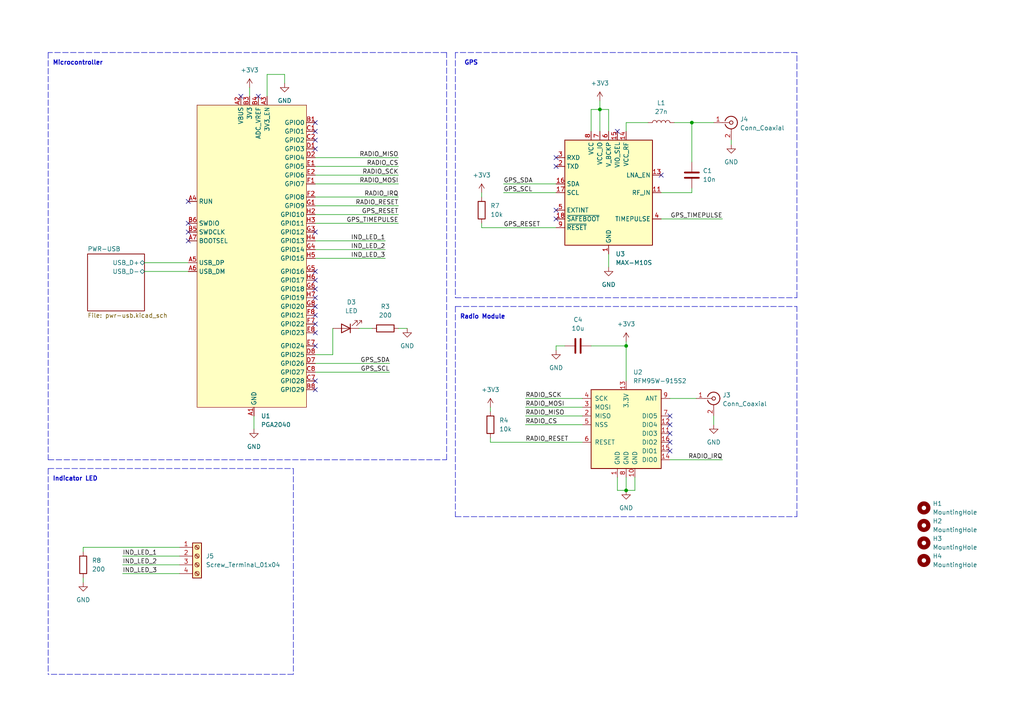
<source format=kicad_sch>
(kicad_sch (version 20211123) (generator eeschema)
  (paper "A4")
  (title_block (title "GPS Radio Beacon") (date "2022-11-24") (rev "0.2.0") (company "Cornell Rocketry Team") (comment 1 "William Barkoff [wb273]"))
  (lib_symbols
    (symbol "Connector:Conn_Coaxial" (pin_names (offset 1.016) hide)
      (property "Reference" "J" (at 0.254 3.048 0))
      (property "Value" "Conn_Coaxial" (at 2.921 0 90))
      (symbol "Conn_Coaxial_0_1"
        (arc (start -1.778 -0.508) (mid 0.2311 -1.8066) (end 1.778 0) (stroke (width 0.254)))
        (polyline (pts (xy -2.54 0) (xy -0.508 0)))
        (polyline (pts (xy 0 -2.54) (xy 0 -1.778)))
        (circle (center 0 0) (radius 0.508) (stroke (width 0.2032)))
        (arc (start 1.778 0) (mid 0.2099 1.8101) (end -1.778 0.508) (stroke (width 0.254)))
      )
      (symbol "Conn_Coaxial_1_1"
        (pin passive line (at -5.08 0 0) (length 2.54) (name "In") (number "1"))
        (pin passive line (at 0 -5.08 90) (length 2.54) (name "Ext") (number "2"))
      )
    )
    (symbol "Connector:Screw_Terminal_01x04" (pin_names (offset 1.016) hide)
      (property "Reference" "J" (at 0 5.08 0))
      (property "Value" "Screw_Terminal_01x04" (at 0 -7.62 0))
      (symbol "Screw_Terminal_01x04_1_1"
        (rectangle (start -1.27 3.81) (end 1.27 -6.35) (stroke (width 0.254)) (fill (type background)))
        (circle (center 0 -5.08) (radius 0.635) (stroke (width 0.1524)))
        (circle (center 0 -2.54) (radius 0.635) (stroke (width 0.1524)))
        (polyline (pts (xy -0.5334 -4.7498) (xy 0.3302 -5.588)) (stroke (width 0.1524)))
        (polyline (pts (xy -0.5334 -2.2098) (xy 0.3302 -3.048)) (stroke (width 0.1524)))
        (polyline (pts (xy -0.5334 0.3302) (xy 0.3302 -0.508)) (stroke (width 0.1524)))
        (polyline (pts (xy -0.5334 2.8702) (xy 0.3302 2.032)) (stroke (width 0.1524)))
        (polyline (pts (xy -0.3556 -4.572) (xy 0.508 -5.4102)) (stroke (width 0.1524)))
        (polyline (pts (xy -0.3556 -2.032) (xy 0.508 -2.8702)) (stroke (width 0.1524)))
        (polyline (pts (xy -0.3556 0.508) (xy 0.508 -0.3302)) (stroke (width 0.1524)))
        (polyline (pts (xy -0.3556 3.048) (xy 0.508 2.2098)) (stroke (width 0.1524)))
        (circle (center 0 0) (radius 0.635) (stroke (width 0.1524)))
        (circle (center 0 2.54) (radius 0.635) (stroke (width 0.1524)))
        (pin passive line (at -5.08 2.54 0) (length 3.81) (name "Pin_1") (number "1"))
        (pin passive line (at -5.08 0 0) (length 3.81) (name "Pin_2") (number "2"))
        (pin passive line (at -5.08 -2.54 0) (length 3.81) (name "Pin_3") (number "3"))
        (pin passive line (at -5.08 -5.08 0) (length 3.81) (name "Pin_4") (number "4"))
      )
    )
    (symbol "Device:C" (pin_numbers hide) (pin_names (offset 0.254))
      (property "Reference" "C" (at 0.635 2.54 0))
      (property "Value" "C" (at 0.635 -2.54 0))
      (symbol "C_0_1"
        (polyline (pts (xy -2.032 -0.762) (xy 2.032 -0.762)) (stroke (width 0.508)))
        (polyline (pts (xy -2.032 0.762) (xy 2.032 0.762)) (stroke (width 0.508)))
      )
      (symbol "C_1_1"
        (pin passive line (at 0 3.81 270) (length 2.794) (name "~") (number "1"))
        (pin passive line (at 0 -3.81 90) (length 2.794) (name "~") (number "2"))
      )
    )
    (symbol "Device:L" (pin_numbers hide) (pin_names (offset 1.016) hide)
      (property "Reference" "L" (at -1.27 0 90))
      (property "Value" "L" (at 1.905 0 90))
      (symbol "L_0_1"
        (arc (start 0 -2.54) (mid 0.635 -1.905) (end 0 -1.27))
        (arc (start 0 -1.27) (mid 0.635 -0.635) (end 0 0))
        (arc (start 0 0) (mid 0.635 0.635) (end 0 1.27))
        (arc (start 0 1.27) (mid 0.635 1.905) (end 0 2.54))
      )
      (symbol "L_1_1"
        (pin passive line (at 0 3.81 270) (length 1.27) (name "1") (number "1"))
        (pin passive line (at 0 -3.81 90) (length 1.27) (name "2") (number "2"))
      )
    )
    (symbol "Device:LED" (pin_numbers hide) (pin_names (offset 1.016) hide)
      (property "Reference" "D" (at 0 2.54 0))
      (property "Value" "LED" (at 0 -2.54 0))
      (symbol "LED_0_1"
        (polyline (pts (xy -1.27 -1.27) (xy -1.27 1.27)) (stroke (width 0.254)))
        (polyline (pts (xy -1.27 0) (xy 1.27 0)))
        (polyline (pts (xy 1.27 -1.27) (xy 1.27 1.27) (xy -1.27 0) (xy 1.27 -1.27)) (stroke (width 0.254)))
        (polyline (pts (xy -3.048 -0.762) (xy -4.572 -2.286) (xy -3.81 -2.286) (xy -4.572 -2.286) (xy -4.572 -1.524)))
        (polyline (pts (xy -1.778 -0.762) (xy -3.302 -2.286) (xy -2.54 -2.286) (xy -3.302 -2.286) (xy -3.302 -1.524)))
      )
      (symbol "LED_1_1"
        (pin passive line (at -3.81 0 0) (length 2.54) (name "K") (number "1"))
        (pin passive line (at 3.81 0 180) (length 2.54) (name "A") (number "2"))
      )
    )
    (symbol "Device:R" (pin_numbers hide) (pin_names (offset 0))
      (property "Reference" "R" (at 2.032 0 90))
      (property "Value" "R" (at 0 0 90))
      (symbol "R_0_1"
        (rectangle (start -1.016 -2.54) (end 1.016 2.54) (stroke (width 0.254)))
      )
      (symbol "R_1_1"
        (pin passive line (at 0 3.81 270) (length 1.27) (name "~") (number "1"))
        (pin passive line (at 0 -3.81 90) (length 1.27) (name "~") (number "2"))
      )
    )
    (symbol "GRB-HW:MAX-M10S"
      (property "Reference" "U" (at -10.16 16.51 0))
      (property "Value" "MAX-M10S" (at 11.43 16.51 0))
      (symbol "MAX-M10S_0_1"
        (rectangle (start 12.7 15.24) (end -12.7 -15.24) (stroke (width 0.254)) (fill (type background)))
      )
      (symbol "MAX-M10S_1_1"
        (pin power_in line (at 0 -17.78 90) (length 2.54) (name "GND") (number "1"))
        (pin passive line (at 0 -17.78 90) (length 2.54) hide (name "GND") (number "10"))
        (pin input line (at 15.24 0 180) (length 2.54) (name "RF_IN") (number "11"))
        (pin passive line (at 0 -17.78 90) (length 2.54) hide (name "GND") (number "12"))
        (pin output line (at 15.24 5.08 180) (length 2.54) (name "LNA_EN") (number "13"))
        (pin power_out line (at 5.08 17.78 270) (length 2.54) (name "VCC_RF") (number "14"))
        (pin no_connect line (at 12.7 -5.08 180) (length 2.54) hide (name "Reserved") (number "15"))
        (pin power_in line (at 2.54 17.78 270) (length 2.54) (name "VIO_SEL") (number "15"))
        (pin bidirectional line (at -15.24 2.54 0) (length 2.54) (name "SDA") (number "16"))
        (pin input line (at -15.24 0 0) (length 2.54) (name "SCL") (number "17"))
        (pin input line (at -15.24 -7.62 0) (length 2.54) (name "~{SAFEBOOT}") (number "18"))
        (pin output line (at -15.24 7.62 0) (length 2.54) (name "TXD") (number "2"))
        (pin input line (at -15.24 10.16 0) (length 2.54) (name "RXD") (number "3"))
        (pin output line (at 15.24 -7.62 180) (length 2.54) (name "TIMEPULSE") (number "4"))
        (pin input line (at -15.24 -5.08 0) (length 2.54) (name "EXTINT") (number "5"))
        (pin power_in line (at 0 17.78 270) (length 2.54) (name "V_BCKP") (number "6"))
        (pin power_in line (at -2.54 17.78 270) (length 2.54) (name "VCC_IO") (number "7"))
        (pin power_in line (at -5.08 17.78 270) (length 2.54) (name "VCC") (number "8"))
        (pin input line (at -15.24 -10.16 0) (length 2.54) (name "~{RESET}") (number "9"))
      )
    )
    (symbol "Mechanical:MountingHole" (pin_names (offset 1.016))
      (property "Reference" "H" (at 0 5.08 0))
      (property "Value" "MountingHole" (at 0 3.175 0))
      (symbol "MountingHole_0_1"
        (circle (center 0 0) (radius 1.27) (stroke (width 1.27)))
      )
    )
    (symbol "RF_Module:RFM95W-915S2" (pin_names (offset 1.016))
      (property "Reference" "U" (at -10.414 11.684 0))
      (property "Value" "RFM95W-915S2" (at 1.524 11.43 0))
      (symbol "RFM95W-915S2_0_1"
        (rectangle (start -10.16 10.16) (end 10.16 -12.7) (stroke (width 0.254)) (fill (type background)))
      )
      (symbol "RFM95W-915S2_1_1"
        (pin power_in line (at -2.54 -15.24 90) (length 2.54) (name "GND") (number "1"))
        (pin power_in line (at 2.54 -15.24 90) (length 2.54) (name "GND") (number "10"))
        (pin bidirectional line (at 12.7 -2.54 180) (length 2.54) (name "DIO3") (number "11"))
        (pin bidirectional line (at 12.7 0 180) (length 2.54) (name "DIO4") (number "12"))
        (pin power_in line (at 0 12.7 270) (length 2.54) (name "3.3V") (number "13"))
        (pin bidirectional line (at 12.7 -10.16 180) (length 2.54) (name "DIO0") (number "14"))
        (pin bidirectional line (at 12.7 -7.62 180) (length 2.54) (name "DIO1") (number "15"))
        (pin bidirectional line (at 12.7 -5.08 180) (length 2.54) (name "DIO2") (number "16"))
        (pin output line (at -12.7 2.54 0) (length 2.54) (name "MISO") (number "2"))
        (pin input line (at -12.7 5.08 0) (length 2.54) (name "MOSI") (number "3"))
        (pin input line (at -12.7 7.62 0) (length 2.54) (name "SCK") (number "4"))
        (pin input line (at -12.7 0 0) (length 2.54) (name "NSS") (number "5"))
        (pin bidirectional line (at -12.7 -5.08 0) (length 2.54) (name "RESET") (number "6"))
        (pin bidirectional line (at 12.7 2.54 180) (length 2.54) (name "DIO5") (number "7"))
        (pin power_in line (at 0 -15.24 90) (length 2.54) (name "GND") (number "8"))
        (pin bidirectional line (at 12.7 7.62 180) (length 2.54) (name "ANT") (number "9"))
      )
    )
    (symbol "grb:PGA2040"
      (property "Reference" "U" (at 0 0 0))
      (property "Value" "PGA2040" (at 0 0 0))
      (symbol "PGA2040_0_1"
        (rectangle (start -16.51 44.45) (end 15.24 -43.18) (fill (type background)))
      )
      (symbol "PGA2040_1_1"
        (pin power_in line (at 0 -45.72 90) (length 2.54) (name "GND") (number "A1"))
        (pin power_in line (at -3.81 46.99 270) (length 2.54) (name "VBUS") (number "A2"))
        (pin power_in line (at 3.81 46.99 270) (length 2.54) (name "3V3_EN") (number "A3"))
        (pin input line (at -19.05 16.51 0) (length 2.54) (name "RUN") (number "A4"))
        (pin bidirectional line (at -19.05 -1.27 0) (length 2.54) (name "USB_DP") (number "A5"))
        (pin bidirectional line (at -19.05 -3.81 0) (length 2.54) (name "USB_DM") (number "A6"))
        (pin input line (at -19.05 5.08 0) (length 2.54) (name "BOOTSEL") (number "A7"))
        (pin power_in line (at 0 -45.72 90) (length 2.54) hide (name "") (number "A8"))
        (pin bidirectional line (at 17.78 39.37 180) (length 2.54) (name "GPIO0") (number "B1"))
        (pin power_in line (at 0 -45.72 90) (length 2.54) hide (name "") (number "B2"))
        (pin power_in line (at -1.27 46.99 270) (length 2.54) (name "3V3") (number "B3"))
        (pin power_in line (at 1.27 46.99 270) (length 2.54) (name "ADC_VREF") (number "B4"))
        (pin output line (at -19.05 7.62 0) (length 2.54) (name "SWDCLK") (number "B5"))
        (pin bidirectional line (at -19.05 10.16 0) (length 2.54) (name "SWDIO") (number "B6"))
        (pin power_in line (at 0 -45.72 90) (length 2.54) hide (name "") (number "B7"))
        (pin bidirectional line (at 17.78 -38.1 180) (length 2.54) (name "GPIO29") (number "B8"))
        (pin bidirectional line (at 17.78 36.83 180) (length 2.54) (name "GPIO1") (number "C1"))
        (pin bidirectional line (at 17.78 34.29 180) (length 2.54) (name "GPIO2") (number "C2"))
        (pin bidirectional line (at 17.78 -35.56 180) (length 2.54) (name "GPIO28") (number "C7"))
        (pin bidirectional line (at 17.78 -33.02 180) (length 2.54) (name "GPIO27") (number "C8"))
        (pin bidirectional line (at 17.78 31.75 180) (length 2.54) (name "GPIO3") (number "D1"))
        (pin bidirectional line (at 17.78 29.21 180) (length 2.54) (name "GPIO4") (number "D2"))
        (pin bidirectional line (at 17.78 -30.48 180) (length 2.54) (name "GPIO26") (number "D7"))
        (pin bidirectional line (at 17.78 -27.94 180) (length 2.54) (name "GPIO25") (number "D8"))
        (pin bidirectional line (at 17.78 26.67 180) (length 2.54) (name "GPIO5") (number "E1"))
        (pin bidirectional line (at 17.78 24.13 180) (length 2.54) (name "GPIO6") (number "E2"))
        (pin bidirectional line (at 17.78 -25.4 180) (length 2.54) (name "GPIO24") (number "E7"))
        (pin bidirectional line (at 17.78 -21.59 180) (length 2.54) (name "GPIO23") (number "E8"))
        (pin bidirectional line (at 17.78 21.59 180) (length 2.54) (name "GPIO7") (number "F1"))
        (pin bidirectional line (at 17.78 17.78 180) (length 2.54) (name "GPIO8") (number "F2"))
        (pin bidirectional line (at 17.78 -19.05 180) (length 2.54) (name "GPIO22") (number "F7"))
        (pin bidirectional line (at 17.78 -16.51 180) (length 2.54) (name "GPIO21") (number "F8"))
        (pin bidirectional line (at 17.78 15.24 180) (length 2.54) (name "GPIO9") (number "G1"))
        (pin power_in line (at 0 -45.72 90) (length 2.54) hide (name "") (number "G2"))
        (pin bidirectional line (at 17.78 7.62 180) (length 2.54) (name "GPIO12") (number "G3"))
        (pin bidirectional line (at 17.78 2.54 180) (length 2.54) (name "GPIO14") (number "G4"))
        (pin bidirectional line (at 17.78 -3.81 180) (length 2.54) (name "GPIO16") (number "G5"))
        (pin bidirectional line (at 17.78 -8.89 180) (length 2.54) (name "GPIO18") (number "G6"))
        (pin power_in line (at 0 -45.72 90) (length 2.54) hide (name "") (number "G7"))
        (pin bidirectional line (at 17.78 -13.97 180) (length 2.54) (name "GPIO20") (number "G8"))
        (pin power_in line (at 0 -45.72 90) (length 2.54) hide (name "") (number "H1"))
        (pin bidirectional line (at 17.78 12.7 180) (length 2.54) (name "GPIO10") (number "H2"))
        (pin bidirectional line (at 17.78 10.16 180) (length 2.54) (name "GPIO11") (number "H3"))
        (pin bidirectional line (at 17.78 5.08 180) (length 2.54) (name "GPIO13") (number "H4"))
        (pin bidirectional line (at 17.78 0 180) (length 2.54) (name "GPIO15") (number "H5"))
        (pin bidirectional line (at 17.78 -6.35 180) (length 2.54) (name "GPIO17") (number "H6"))
        (pin bidirectional line (at 17.78 -11.43 180) (length 2.54) (name "GPIO19") (number "H7"))
        (pin power_in line (at 0 -45.72 90) (length 2.54) hide (name "") (number "H8"))
      )
    )
    (symbol "power:+3V3" (power) (pin_names (offset 0))
      (property "Value" "+3V3" (at 0 3.556 0))
      (symbol "+3V3_0_1"
        (polyline (pts (xy -0.762 1.27) (xy 0 2.54)))
        (polyline (pts (xy 0 0) (xy 0 2.54)))
        (polyline (pts (xy 0 2.54) (xy 0.762 1.27)))
      )
      (symbol "+3V3_1_1"
        (pin power_in line (at 0 0 90) (length 0) hide (name "+3V3") (number "1"))
      )
    )
    (symbol "power:GND" (power) (pin_names (offset 0))
      (property "Value" "GND" (at 0 -3.81 0))
      (symbol "GND_0_1"
        (polyline (pts (xy 0 0) (xy 0 -1.27) (xy 1.27 -1.27) (xy 0 -2.54) (xy -1.27 -1.27) (xy 0 -1.27)))
      )
      (symbol "GND_1_1"
        (pin power_in line (at 0 0 270) (length 0) hide (name "GND") (number "1"))
      )
    )
  )
  (junction (at 200.66 35.56))
  (junction (at 181.61 100.33))
  (junction (at 173.99 31.75))
  (junction (at 181.61 142.24))
  (no_connect (at 191.77 50.8))
  (no_connect (at 161.29 60.96))
  (no_connect (at 91.44 43.18))
  (no_connect (at 194.31 123.19))
  (no_connect (at 194.31 120.65))
  (no_connect (at 91.44 113.03))
  (no_connect (at 91.44 83.82))
  (no_connect (at 91.44 93.98))
  (no_connect (at 54.61 69.85))
  (no_connect (at 54.61 67.31))
  (no_connect (at 91.44 67.31))
  (no_connect (at 179.07 38.1))
  (no_connect (at 194.31 128.27))
  (no_connect (at 91.44 86.36))
  (no_connect (at 54.61 64.77))
  (no_connect (at 91.44 110.49))
  (no_connect (at 161.29 48.26))
  (no_connect (at 54.61 58.42))
  (no_connect (at 194.31 125.73))
  (no_connect (at 194.31 130.81))
  (no_connect (at 91.44 81.28))
  (no_connect (at 91.44 35.56))
  (no_connect (at 91.44 78.74))
  (no_connect (at 161.29 45.72))
  (no_connect (at 91.44 40.64))
  (no_connect (at 91.44 88.9))
  (no_connect (at 91.44 91.44))
  (no_connect (at 161.29 63.5))
  (no_connect (at 91.44 38.1))
  (no_connect (at 69.85 27.94))
  (no_connect (at 91.44 100.33))
  (no_connect (at 74.93 27.94))
  (no_connect (at 91.44 96.52))
  (wire (pts (xy 152.4 118.11) (xy 168.91 118.11)))
  (wire (pts (xy 91.44 74.93) (xy 111.76 74.93)))
  (wire (pts (xy 91.44 45.72) (xy 115.57 45.72)))
  (polyline (pts (xy 129.54 15.24) (xy 13.97 15.24)))
  (polyline (pts (xy 13.97 135.89) (xy 13.97 195.58)))
  (wire (pts (xy 176.53 73.66) (xy 176.53 77.47)))
  (wire (pts (xy 91.44 59.69) (xy 115.57 59.69)))
  (wire (pts (xy 194.31 115.57) (xy 201.93 115.57)))
  (polyline (pts (xy 132.08 88.9) (xy 231.14 88.9)))
  (polyline (pts (xy 231.14 15.24) (xy 132.08 15.24)))
  (wire (pts (xy 171.45 100.33) (xy 181.61 100.33)))
  (wire (pts (xy 184.15 142.24) (xy 184.15 138.43)))
  (wire (pts (xy 161.29 101.6) (xy 161.29 100.33)))
  (wire (pts (xy 176.53 31.75) (xy 176.53 38.1)))
  (wire (pts (xy 194.31 133.35) (xy 209.55 133.35)))
  (wire (pts (xy 200.66 35.56) (xy 207.01 35.56)))
  (wire (pts (xy 161.29 100.33) (xy 163.83 100.33)))
  (wire (pts (xy 181.61 35.56) (xy 187.96 35.56)))
  (wire (pts (xy 139.7 64.77) (xy 139.7 66.04)))
  (wire (pts (xy 91.44 53.34) (xy 115.57 53.34)))
  (polyline (pts (xy 13.97 135.89) (xy 85.09 135.89)))
  (wire (pts (xy 181.61 99.06) (xy 181.61 100.33)))
  (wire (pts (xy 91.44 102.87) (xy 96.52 102.87)))
  (wire (pts (xy 212.09 40.64) (xy 212.09 41.91)))
  (wire (pts (xy 82.55 21.59) (xy 77.47 21.59)))
  (wire (pts (xy 77.47 21.59) (xy 77.47 27.94)))
  (wire (pts (xy 91.44 48.26) (xy 115.57 48.26)))
  (wire (pts (xy 35.56 166.37) (xy 52.07 166.37)))
  (wire (pts (xy 41.91 76.2) (xy 54.61 76.2)))
  (wire (pts (xy 173.99 31.75) (xy 176.53 31.75)))
  (wire (pts (xy 173.99 31.75) (xy 173.99 38.1)))
  (wire (pts (xy 181.61 38.1) (xy 181.61 35.56)))
  (wire (pts (xy 35.56 161.29) (xy 52.07 161.29)))
  (polyline (pts (xy 13.97 133.35) (xy 129.54 133.35)))
  (wire (pts (xy 200.66 35.56) (xy 200.66 46.99)))
  (wire (pts (xy 152.4 115.57) (xy 168.91 115.57)))
  (wire (pts (xy 195.58 35.56) (xy 200.66 35.56)))
  (wire (pts (xy 115.57 95.25) (xy 118.11 95.25)))
  (wire (pts (xy 181.61 138.43) (xy 181.61 142.24)))
  (wire (pts (xy 72.39 25.4) (xy 72.39 27.94)))
  (wire (pts (xy 173.99 31.75) (xy 171.45 31.75)))
  (polyline (pts (xy 132.08 15.24) (xy 132.08 86.36)))
  (wire (pts (xy 142.24 118.11) (xy 142.24 119.38)))
  (wire (pts (xy 24.13 158.75) (xy 52.07 158.75)))
  (wire (pts (xy 91.44 69.85) (xy 111.76 69.85)))
  (wire (pts (xy 173.99 29.21) (xy 173.99 31.75)))
  (polyline (pts (xy 132.08 149.86) (xy 231.14 149.86)))
  (wire (pts (xy 104.14 95.25) (xy 107.95 95.25)))
  (wire (pts (xy 152.4 123.19) (xy 168.91 123.19)))
  (wire (pts (xy 146.05 55.88) (xy 161.29 55.88)))
  (polyline (pts (xy 231.14 149.86) (xy 231.14 88.9)))
  (wire (pts (xy 139.7 55.88) (xy 139.7 57.15)))
  (polyline (pts (xy 132.08 88.9) (xy 132.08 149.86)))
  (wire (pts (xy 91.44 50.8) (xy 115.57 50.8)))
  (wire (pts (xy 191.77 55.88) (xy 200.66 55.88)))
  (wire (pts (xy 91.44 57.15) (xy 115.57 57.15)))
  (wire (pts (xy 91.44 72.39) (xy 111.76 72.39)))
  (wire (pts (xy 82.55 24.13) (xy 82.55 21.59)))
  (wire (pts (xy 142.24 128.27) (xy 168.91 128.27)))
  (wire (pts (xy 181.61 142.24) (xy 184.15 142.24)))
  (wire (pts (xy 73.66 120.65) (xy 73.66 124.46)))
  (wire (pts (xy 91.44 62.23) (xy 115.57 62.23)))
  (wire (pts (xy 179.07 142.24) (xy 179.07 138.43)))
  (polyline (pts (xy 13.97 15.24) (xy 13.97 133.35)))
  (polyline (pts (xy 231.14 86.36) (xy 231.14 15.24)))
  (polyline (pts (xy 85.09 135.89) (xy 85.09 195.58)))
  (wire (pts (xy 142.24 127) (xy 142.24 128.27)))
  (wire (pts (xy 91.44 107.95) (xy 113.03 107.95)))
  (wire (pts (xy 171.45 31.75) (xy 171.45 38.1)))
  (wire (pts (xy 35.56 163.83) (xy 52.07 163.83)))
  (polyline (pts (xy 132.08 86.36) (xy 231.14 86.36)))
  (wire (pts (xy 191.77 63.5) (xy 209.55 63.5)))
  (wire (pts (xy 91.44 64.77) (xy 115.57 64.77)))
  (wire (pts (xy 24.13 167.64) (xy 24.13 168.91)))
  (polyline (pts (xy 85.09 195.58) (xy 13.97 195.58)))
  (wire (pts (xy 152.4 120.65) (xy 168.91 120.65)))
  (polyline (pts (xy 129.54 133.35) (xy 129.54 15.24)))
  (wire (pts (xy 41.91 78.74) (xy 54.61 78.74)))
  (wire (pts (xy 139.7 66.04) (xy 161.29 66.04)))
  (wire (pts (xy 181.61 142.24) (xy 179.07 142.24)))
  (wire (pts (xy 24.13 160.02) (xy 24.13 158.75)))
  (wire (pts (xy 146.05 53.34) (xy 161.29 53.34)))
  (wire (pts (xy 207.01 120.65) (xy 207.01 123.19)))
  (wire (pts (xy 200.66 55.88) (xy 200.66 54.61)))
  (wire (pts (xy 96.52 102.87) (xy 96.52 95.25)))
  (wire (pts (xy 181.61 100.33) (xy 181.61 110.49)))
  (wire (pts (xy 91.44 105.41) (xy 113.03 105.41)))
  (text "Indicator LED" (at 15.24 139.7 0) (effects (font (size 1.27 1.27) (thickness 0.254) bold) (justify left bottom)))
  (text "Radio Module" (at 133.35 92.71 0) (effects (font (size 1.27 1.27) bold) (justify left bottom)))
  (text "Microcontroller\n" (at 15.24 19.05 0) (effects (font (size 1.27 1.27) bold) (justify left bottom)))
  (text "GPS\n" (at 134.62 19.05 0) (effects (font (size 1.27 1.27) (thickness 0.254) bold) (justify left bottom)))
  (label "RADIO_CS" (at 115.57 48.26 180))
  (label "GPS_SCL" (at 146.05 55.88 0))
  (label "GPS_RESET" (at 146.05 66.04 0))
  (label "GPS_SDA" (at 146.05 53.34 0))
  (label "IND_LED_2" (at 35.56 163.83 0))
  (label "RADIO_RESET" (at 152.4 128.27 0))
  (label "GPS_SDA" (at 113.03 105.41 180))
  (label "RADIO_SCK" (at 115.57 50.8 180))
  (label "GPS_SCL" (at 113.03 107.95 180))
  (label "RADIO_IRQ" (at 209.55 133.35 180))
  (label "IND_LED_1" (at 111.76 69.85 180))
  (label "GPS_RESET" (at 115.57 62.23 180))
  (label "GPS_TIMEPULSE" (at 115.57 64.77 180))
  (label "RADIO_RESET" (at 115.57 59.69 180))
  (label "GPS_TIMEPULSE" (at 209.55 63.5 180))
  (label "RADIO_MOSI" (at 152.4 118.11 0))
  (label "IND_LED_1" (at 35.56 161.29 0))
  (label "RADIO_IRQ" (at 115.57 57.15 180))
  (label "IND_LED_3" (at 35.56 166.37 0))
  (label "IND_LED_2" (at 111.76 72.39 180))
  (label "RADIO_SCK" (at 152.4 115.57 0))
  (label "RADIO_MOSI" (at 115.57 53.34 180))
  (label "RADIO_MISO" (at 115.57 45.72 180))
  (label "RADIO_CS" (at 152.4 123.19 0))
  (label "RADIO_MISO" (at 152.4 120.65 0))
  (label "IND_LED_3" (at 111.76 74.93 180))
  (symbol (lib_id "power:GND") (at 73.66 124.46 0) (unit 1)
    (property "Reference" "#PWR02" (effects hide))
    (property "Value" "GND" (at 73.66 129.54 0))
  )
  (symbol (lib_id "Device:R") (at 24.13 163.83 0) (unit 1)
    (property "Reference" "R8" (at 26.67 162.5599 0) (effects (justify left)))
    (property "Value" "200" (at 26.67 165.0999 0) (effects (justify left)))
    (property "Footprint" "Resistor_SMD:R_0805_2012Metric_Pad1.20x1.40mm_HandSolder" (effects hide))
  )
  (symbol (lib_id "power:GND") (at 181.61 142.24 0) (unit 1)
    (property "Reference" "#PWR05" (effects hide))
    (property "Value" "GND" (at 181.61 147.32 0))
  )
  (symbol (lib_id "power:GND") (at 212.09 41.91 0) (unit 1)
    (property "Reference" "#PWR09" (effects hide))
    (property "Value" "GND" (at 212.09 46.99 0))
  )
  (symbol (lib_id "power:GND") (at 176.53 77.47 0) (unit 1)
    (property "Reference" "#PWR08" (effects hide))
    (property "Value" "GND" (at 176.53 82.55 0))
  )
  (symbol (lib_id "Device:R") (at 142.24 123.19 0) (unit 1)
    (property "Reference" "R4" (at 144.78 121.9199 0) (effects (justify left)))
    (property "Value" "10k" (at 144.78 124.4599 0) (effects (justify left)))
    (property "Footprint" "Resistor_SMD:R_0805_2012Metric_Pad1.20x1.40mm_HandSolder" (effects hide))
  )
  (symbol (lib_id "power:GND") (at 161.29 101.6 0) (unit 1)
    (property "Reference" "#PWR029" (effects hide))
    (property "Value" "GND" (at 161.29 106.68 0))
  )
  (symbol (lib_id "Connector:Screw_Terminal_01x04") (at 57.15 161.29 0) (unit 1)
    (property "Reference" "J5" (at 59.69 161.2899 0) (effects (justify left)))
    (property "Value" "Screw_Terminal_01x04" (at 59.69 163.8299 0) (effects (justify left)))
    (property "Footprint" "TerminalBlock_Phoenix:TerminalBlock_Phoenix_MKDS-1,5-4-5.08_1x04_P5.08mm_Horizontal" (effects hide))
  )
  (symbol (lib_id "Connector:Conn_Coaxial") (at 207.01 115.57 0) (unit 1)
    (property "Reference" "J3" (at 209.55 114.5931 0) (effects (justify left)))
    (property "Value" "Conn_Coaxial" (at 209.55 117.1331 0) (effects (justify left)))
    (property "Footprint" "Connector_Coaxial:SMA_Molex_73251-1153_EdgeMount_Horizontal" (effects hide))
    (property "Datasheet" " ~" (effects hide))
  )
  (symbol (lib_id "power:GND") (at 207.01 123.19 0) (unit 1)
    (property "Reference" "#PWR06" (effects hide))
    (property "Value" "GND" (at 207.01 128.27 0))
  )
  (symbol (lib_id "Device:R") (at 139.7 60.96 0) (unit 1)
    (property "Reference" "R7" (at 142.24 59.6899 0) (effects (justify left)))
    (property "Value" "10k" (at 142.24 62.2299 0) (effects (justify left)))
    (property "Footprint" "Resistor_SMD:R_0805_2012Metric_Pad1.20x1.40mm_HandSolder" (effects hide))
  )
  (symbol (lib_id "Mechanical:MountingHole") (at 267.97 157.48 0) (unit 1)
    (property "Reference" "H3" (at 270.51 156.2099 0) (effects (justify left)))
    (property "Value" "MountingHole" (at 270.51 158.7499 0) (effects (justify left)))
    (property "Footprint" "MountingHole:MountingHole_3.2mm_M3" (effects hide))
  )
  (symbol (lib_id "power:+3V3") (at 181.61 99.06 0) (unit 1)
    (property "Reference" "#PWR04" (effects hide))
    (property "Value" "+3V3" (at 181.61 93.98 0))
  )
  (symbol (lib_id "Device:R") (at 111.76 95.25 90) (unit 1)
    (property "Reference" "R3" (at 111.76 88.9 90))
    (property "Value" "200" (at 111.76 91.44 90))
    (property "Footprint" "Resistor_SMD:R_0805_2012Metric_Pad1.20x1.40mm_HandSolder" (effects hide))
  )
  (symbol (lib_id "power:+3V3") (at 142.24 118.11 0) (unit 1)
    (property "Reference" "#PWR028" (effects hide))
    (property "Value" "+3V3" (at 142.24 113.03 0))
  )
  (symbol (lib_id "Mechanical:MountingHole") (at 267.97 162.56 0) (unit 1)
    (property "Reference" "H4" (at 270.51 161.2899 0) (effects (justify left)))
    (property "Value" "MountingHole" (at 270.51 163.8299 0) (effects (justify left)))
    (property "Footprint" "MountingHole:MountingHole_3.2mm_M3" (effects hide))
  )
  (symbol (lib_id "power:+3V3") (at 72.39 25.4 0) (unit 1)
    (property "Reference" "#PWR01" (effects hide))
    (property "Value" "+3V3" (at 72.39 20.32 0))
  )
  (symbol (lib_id "Device:C") (at 167.64 100.33 90) (unit 1)
    (property "Reference" "C4" (at 167.64 92.71 90))
    (property "Value" "10u" (at 167.64 95.25 90))
    (property "Footprint" "Capacitor_SMD:C_1206_3216Metric_Pad1.33x1.80mm_HandSolder" (effects hide))
  )
  (symbol (lib_id "power:GND") (at 118.11 95.25 0) (unit 1)
    (property "Reference" "#PWR027" (effects hide))
    (property "Value" "GND" (at 118.11 100.33 0))
  )
  (symbol (lib_id "RF_Module:RFM95W-915S2") (at 181.61 123.19 0) (unit 1)
    (property "Reference" "U2" (at 183.6294 107.95 0) (effects (justify left)))
    (property "Value" "RFM95W-915S2" (at 183.6294 110.49 0) (effects (justify left)))
    (property "Footprint" "RF_Module:HOPERF_RFM9XW_SMD" (effects hide))
    (property "Datasheet" "https://www.hoperf.com/data/upload/portal/20181127/5bfcbea20e9ef.pdf" (effects hide))
  )
  (symbol (lib_id "Device:L") (at 191.77 35.56 90) (unit 1)
    (property "Reference" "L1" (at 191.77 29.845 90))
    (property "Value" "27n" (at 191.77 32.385 90))
    (property "Footprint" "Inductor_SMD:L_1210_3225Metric_Pad1.42x2.65mm_HandSolder" (effects hide))
  )
  (symbol (lib_id "Connector:Conn_Coaxial") (at 212.09 35.56 0) (unit 1)
    (property "Reference" "J4" (at 214.63 34.5831 0) (effects (justify left)))
    (property "Value" "Conn_Coaxial" (at 214.63 37.1231 0) (effects (justify left)))
    (property "Footprint" "Connector_Coaxial:SMA_Molex_73251-1153_EdgeMount_Horizontal" (effects hide))
    (property "Datasheet" " ~" (effects hide))
  )
  (symbol (lib_id "power:+3V3") (at 139.7 55.88 0) (unit 1)
    (property "Reference" "#PWR0103" (effects hide))
    (property "Value" "+3V3" (at 139.7 50.8 0))
  )
  (symbol (lib_id "power:GND") (at 82.55 24.13 0) (unit 1)
    (property "Reference" "#PWR03" (effects hide))
    (property "Value" "GND" (at 82.55 29.21 0))
  )
  (symbol (lib_id "Mechanical:MountingHole") (at 267.97 152.4 0) (unit 1)
    (property "Reference" "H2" (at 270.51 151.1299 0) (effects (justify left)))
    (property "Value" "MountingHole" (at 270.51 153.6699 0) (effects (justify left)))
    (property "Footprint" "MountingHole:MountingHole_3.2mm_M3" (effects hide))
  )
  (symbol (lib_id "Device:LED") (at 100.33 95.25 180) (unit 1)
    (property "Reference" "D3" (at 101.9175 87.63 0))
    (property "Value" "LED" (at 101.9175 90.17 0))
    (property "Footprint" "LED_THT:LED_D3.0mm" (effects hide))
  )
  (symbol (lib_id "grb:PGA2040") (at 73.66 74.93 0) (unit 1)
    (property "Reference" "U1" (at 75.6794 120.65 0) (effects (justify left)))
    (property "Value" "PGA2040" (at 75.6794 123.19 0) (effects (justify left)))
    (property "Footprint" "grb:PGA2040" (effects hide))
  )
  (symbol (lib_id "power:GND") (at 24.13 168.91 0) (unit 1)
    (property "Reference" "#PWR033" (effects hide))
    (property "Value" "GND" (at 24.13 173.99 0))
  )
  (symbol (lib_id "GRB-HW:MAX-M10S") (at 176.53 55.88 0) (unit 1)
    (property "Reference" "U3" (at 178.5494 73.66 0) (effects (justify left)))
    (property "Value" "MAX-M10S" (at 178.5494 76.2 0) (effects (justify left)))
    (property "Footprint" "RF_GPS:ublox_MAX" (effects hide))
    (property "Datasheet" "https://content.u-blox.com/sites/default/files/MAX-M10S_DataSheet_UBX-20035208.pdf" (effects hide))
  )
  (symbol (lib_id "Mechanical:MountingHole") (at 267.97 147.32 0) (unit 1)
    (property "Reference" "H1" (at 270.51 146.0499 0) (effects (justify left)))
    (property "Value" "MountingHole" (at 270.51 148.5899 0) (effects (justify left)))
    (property "Footprint" "MountingHole:MountingHole_3.2mm_M3" (effects hide))
  )
  (symbol (lib_id "Device:C") (at 200.66 50.8 0) (unit 1)
    (property "Reference" "C1" (at 203.835 49.5299 0) (effects (justify left)))
    (property "Value" "10n" (at 203.835 52.0699 0) (effects (justify left)))
    (property "Footprint" "Capacitor_SMD:C_1206_3216Metric_Pad1.33x1.80mm_HandSolder" (effects hide))
  )
  (symbol (lib_id "power:+3V3") (at 173.99 29.21 0) (unit 1)
    (property "Reference" "#PWR07" (effects hide))
    (property "Value" "+3V3" (at 173.99 24.13 0))
  )
  (sheet (at 25.4 73.66) (size 16.51 16.51) (stroke (width 0.1524))
    (property "Sheet name" "PWR-USB" (at 25.4 72.9484 0) (effects (justify left bottom)))
    (property "Sheet file" "pwr-usb.kicad_sch" (at 25.4 90.7546 0) (effects (justify left top)))
    (pin "USB_D-" bidirectional (at 41.91 78.74 0))
    (pin "USB_D+" bidirectional (at 41.91 76.2 0))
  )
)
</source>
